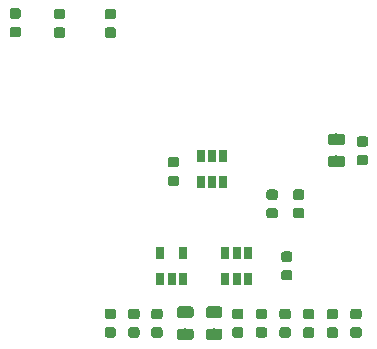
<source format=gtp>
G04 #@! TF.GenerationSoftware,KiCad,Pcbnew,(5.1.0)-1*
G04 #@! TF.CreationDate,2019-05-21T21:29:46+02:00*
G04 #@! TF.ProjectId,currentscaler,63757272-656e-4747-9363-616c65722e6b,rev?*
G04 #@! TF.SameCoordinates,Original*
G04 #@! TF.FileFunction,Paste,Top*
G04 #@! TF.FilePolarity,Positive*
%FSLAX46Y46*%
G04 Gerber Fmt 4.6, Leading zero omitted, Abs format (unit mm)*
G04 Created by KiCad (PCBNEW (5.1.0)-1) date 2019-05-21 21:29:46*
%MOMM*%
%LPD*%
G04 APERTURE LIST*
%ADD10C,0.100000*%
%ADD11C,0.975000*%
%ADD12C,0.875000*%
%ADD13R,0.650000X1.060000*%
G04 APERTURE END LIST*
D10*
G36*
X156680142Y-108663674D02*
G01*
X156703803Y-108667184D01*
X156727007Y-108672996D01*
X156749529Y-108681054D01*
X156771153Y-108691282D01*
X156791670Y-108703579D01*
X156810883Y-108717829D01*
X156828607Y-108733893D01*
X156844671Y-108751617D01*
X156858921Y-108770830D01*
X156871218Y-108791347D01*
X156881446Y-108812971D01*
X156889504Y-108835493D01*
X156895316Y-108858697D01*
X156898826Y-108882358D01*
X156900000Y-108906250D01*
X156900000Y-109393750D01*
X156898826Y-109417642D01*
X156895316Y-109441303D01*
X156889504Y-109464507D01*
X156881446Y-109487029D01*
X156871218Y-109508653D01*
X156858921Y-109529170D01*
X156844671Y-109548383D01*
X156828607Y-109566107D01*
X156810883Y-109582171D01*
X156791670Y-109596421D01*
X156771153Y-109608718D01*
X156749529Y-109618946D01*
X156727007Y-109627004D01*
X156703803Y-109632816D01*
X156680142Y-109636326D01*
X156656250Y-109637500D01*
X155743750Y-109637500D01*
X155719858Y-109636326D01*
X155696197Y-109632816D01*
X155672993Y-109627004D01*
X155650471Y-109618946D01*
X155628847Y-109608718D01*
X155608330Y-109596421D01*
X155589117Y-109582171D01*
X155571393Y-109566107D01*
X155555329Y-109548383D01*
X155541079Y-109529170D01*
X155528782Y-109508653D01*
X155518554Y-109487029D01*
X155510496Y-109464507D01*
X155504684Y-109441303D01*
X155501174Y-109417642D01*
X155500000Y-109393750D01*
X155500000Y-108906250D01*
X155501174Y-108882358D01*
X155504684Y-108858697D01*
X155510496Y-108835493D01*
X155518554Y-108812971D01*
X155528782Y-108791347D01*
X155541079Y-108770830D01*
X155555329Y-108751617D01*
X155571393Y-108733893D01*
X155589117Y-108717829D01*
X155608330Y-108703579D01*
X155628847Y-108691282D01*
X155650471Y-108681054D01*
X155672993Y-108672996D01*
X155696197Y-108667184D01*
X155719858Y-108663674D01*
X155743750Y-108662500D01*
X156656250Y-108662500D01*
X156680142Y-108663674D01*
X156680142Y-108663674D01*
G37*
D11*
X156200000Y-109150000D03*
D10*
G36*
X156680142Y-106788674D02*
G01*
X156703803Y-106792184D01*
X156727007Y-106797996D01*
X156749529Y-106806054D01*
X156771153Y-106816282D01*
X156791670Y-106828579D01*
X156810883Y-106842829D01*
X156828607Y-106858893D01*
X156844671Y-106876617D01*
X156858921Y-106895830D01*
X156871218Y-106916347D01*
X156881446Y-106937971D01*
X156889504Y-106960493D01*
X156895316Y-106983697D01*
X156898826Y-107007358D01*
X156900000Y-107031250D01*
X156900000Y-107518750D01*
X156898826Y-107542642D01*
X156895316Y-107566303D01*
X156889504Y-107589507D01*
X156881446Y-107612029D01*
X156871218Y-107633653D01*
X156858921Y-107654170D01*
X156844671Y-107673383D01*
X156828607Y-107691107D01*
X156810883Y-107707171D01*
X156791670Y-107721421D01*
X156771153Y-107733718D01*
X156749529Y-107743946D01*
X156727007Y-107752004D01*
X156703803Y-107757816D01*
X156680142Y-107761326D01*
X156656250Y-107762500D01*
X155743750Y-107762500D01*
X155719858Y-107761326D01*
X155696197Y-107757816D01*
X155672993Y-107752004D01*
X155650471Y-107743946D01*
X155628847Y-107733718D01*
X155608330Y-107721421D01*
X155589117Y-107707171D01*
X155571393Y-107691107D01*
X155555329Y-107673383D01*
X155541079Y-107654170D01*
X155528782Y-107633653D01*
X155518554Y-107612029D01*
X155510496Y-107589507D01*
X155504684Y-107566303D01*
X155501174Y-107542642D01*
X155500000Y-107518750D01*
X155500000Y-107031250D01*
X155501174Y-107007358D01*
X155504684Y-106983697D01*
X155510496Y-106960493D01*
X155518554Y-106937971D01*
X155528782Y-106916347D01*
X155541079Y-106895830D01*
X155555329Y-106876617D01*
X155571393Y-106858893D01*
X155589117Y-106842829D01*
X155608330Y-106828579D01*
X155628847Y-106816282D01*
X155650471Y-106806054D01*
X155672993Y-106797996D01*
X155696197Y-106792184D01*
X155719858Y-106788674D01*
X155743750Y-106787500D01*
X156656250Y-106787500D01*
X156680142Y-106788674D01*
X156680142Y-106788674D01*
G37*
D11*
X156200000Y-107275000D03*
D10*
G36*
X146330142Y-121426174D02*
G01*
X146353803Y-121429684D01*
X146377007Y-121435496D01*
X146399529Y-121443554D01*
X146421153Y-121453782D01*
X146441670Y-121466079D01*
X146460883Y-121480329D01*
X146478607Y-121496393D01*
X146494671Y-121514117D01*
X146508921Y-121533330D01*
X146521218Y-121553847D01*
X146531446Y-121575471D01*
X146539504Y-121597993D01*
X146545316Y-121621197D01*
X146548826Y-121644858D01*
X146550000Y-121668750D01*
X146550000Y-122156250D01*
X146548826Y-122180142D01*
X146545316Y-122203803D01*
X146539504Y-122227007D01*
X146531446Y-122249529D01*
X146521218Y-122271153D01*
X146508921Y-122291670D01*
X146494671Y-122310883D01*
X146478607Y-122328607D01*
X146460883Y-122344671D01*
X146441670Y-122358921D01*
X146421153Y-122371218D01*
X146399529Y-122381446D01*
X146377007Y-122389504D01*
X146353803Y-122395316D01*
X146330142Y-122398826D01*
X146306250Y-122400000D01*
X145393750Y-122400000D01*
X145369858Y-122398826D01*
X145346197Y-122395316D01*
X145322993Y-122389504D01*
X145300471Y-122381446D01*
X145278847Y-122371218D01*
X145258330Y-122358921D01*
X145239117Y-122344671D01*
X145221393Y-122328607D01*
X145205329Y-122310883D01*
X145191079Y-122291670D01*
X145178782Y-122271153D01*
X145168554Y-122249529D01*
X145160496Y-122227007D01*
X145154684Y-122203803D01*
X145151174Y-122180142D01*
X145150000Y-122156250D01*
X145150000Y-121668750D01*
X145151174Y-121644858D01*
X145154684Y-121621197D01*
X145160496Y-121597993D01*
X145168554Y-121575471D01*
X145178782Y-121553847D01*
X145191079Y-121533330D01*
X145205329Y-121514117D01*
X145221393Y-121496393D01*
X145239117Y-121480329D01*
X145258330Y-121466079D01*
X145278847Y-121453782D01*
X145300471Y-121443554D01*
X145322993Y-121435496D01*
X145346197Y-121429684D01*
X145369858Y-121426174D01*
X145393750Y-121425000D01*
X146306250Y-121425000D01*
X146330142Y-121426174D01*
X146330142Y-121426174D01*
G37*
D11*
X145850000Y-121912500D03*
D10*
G36*
X146330142Y-123301174D02*
G01*
X146353803Y-123304684D01*
X146377007Y-123310496D01*
X146399529Y-123318554D01*
X146421153Y-123328782D01*
X146441670Y-123341079D01*
X146460883Y-123355329D01*
X146478607Y-123371393D01*
X146494671Y-123389117D01*
X146508921Y-123408330D01*
X146521218Y-123428847D01*
X146531446Y-123450471D01*
X146539504Y-123472993D01*
X146545316Y-123496197D01*
X146548826Y-123519858D01*
X146550000Y-123543750D01*
X146550000Y-124031250D01*
X146548826Y-124055142D01*
X146545316Y-124078803D01*
X146539504Y-124102007D01*
X146531446Y-124124529D01*
X146521218Y-124146153D01*
X146508921Y-124166670D01*
X146494671Y-124185883D01*
X146478607Y-124203607D01*
X146460883Y-124219671D01*
X146441670Y-124233921D01*
X146421153Y-124246218D01*
X146399529Y-124256446D01*
X146377007Y-124264504D01*
X146353803Y-124270316D01*
X146330142Y-124273826D01*
X146306250Y-124275000D01*
X145393750Y-124275000D01*
X145369858Y-124273826D01*
X145346197Y-124270316D01*
X145322993Y-124264504D01*
X145300471Y-124256446D01*
X145278847Y-124246218D01*
X145258330Y-124233921D01*
X145239117Y-124219671D01*
X145221393Y-124203607D01*
X145205329Y-124185883D01*
X145191079Y-124166670D01*
X145178782Y-124146153D01*
X145168554Y-124124529D01*
X145160496Y-124102007D01*
X145154684Y-124078803D01*
X145151174Y-124055142D01*
X145150000Y-124031250D01*
X145150000Y-123543750D01*
X145151174Y-123519858D01*
X145154684Y-123496197D01*
X145160496Y-123472993D01*
X145168554Y-123450471D01*
X145178782Y-123428847D01*
X145191079Y-123408330D01*
X145205329Y-123389117D01*
X145221393Y-123371393D01*
X145239117Y-123355329D01*
X145258330Y-123341079D01*
X145278847Y-123328782D01*
X145300471Y-123318554D01*
X145322993Y-123310496D01*
X145346197Y-123304684D01*
X145369858Y-123301174D01*
X145393750Y-123300000D01*
X146306250Y-123300000D01*
X146330142Y-123301174D01*
X146330142Y-123301174D01*
G37*
D11*
X145850000Y-123787500D03*
D10*
G36*
X143880142Y-123301174D02*
G01*
X143903803Y-123304684D01*
X143927007Y-123310496D01*
X143949529Y-123318554D01*
X143971153Y-123328782D01*
X143991670Y-123341079D01*
X144010883Y-123355329D01*
X144028607Y-123371393D01*
X144044671Y-123389117D01*
X144058921Y-123408330D01*
X144071218Y-123428847D01*
X144081446Y-123450471D01*
X144089504Y-123472993D01*
X144095316Y-123496197D01*
X144098826Y-123519858D01*
X144100000Y-123543750D01*
X144100000Y-124031250D01*
X144098826Y-124055142D01*
X144095316Y-124078803D01*
X144089504Y-124102007D01*
X144081446Y-124124529D01*
X144071218Y-124146153D01*
X144058921Y-124166670D01*
X144044671Y-124185883D01*
X144028607Y-124203607D01*
X144010883Y-124219671D01*
X143991670Y-124233921D01*
X143971153Y-124246218D01*
X143949529Y-124256446D01*
X143927007Y-124264504D01*
X143903803Y-124270316D01*
X143880142Y-124273826D01*
X143856250Y-124275000D01*
X142943750Y-124275000D01*
X142919858Y-124273826D01*
X142896197Y-124270316D01*
X142872993Y-124264504D01*
X142850471Y-124256446D01*
X142828847Y-124246218D01*
X142808330Y-124233921D01*
X142789117Y-124219671D01*
X142771393Y-124203607D01*
X142755329Y-124185883D01*
X142741079Y-124166670D01*
X142728782Y-124146153D01*
X142718554Y-124124529D01*
X142710496Y-124102007D01*
X142704684Y-124078803D01*
X142701174Y-124055142D01*
X142700000Y-124031250D01*
X142700000Y-123543750D01*
X142701174Y-123519858D01*
X142704684Y-123496197D01*
X142710496Y-123472993D01*
X142718554Y-123450471D01*
X142728782Y-123428847D01*
X142741079Y-123408330D01*
X142755329Y-123389117D01*
X142771393Y-123371393D01*
X142789117Y-123355329D01*
X142808330Y-123341079D01*
X142828847Y-123328782D01*
X142850471Y-123318554D01*
X142872993Y-123310496D01*
X142896197Y-123304684D01*
X142919858Y-123301174D01*
X142943750Y-123300000D01*
X143856250Y-123300000D01*
X143880142Y-123301174D01*
X143880142Y-123301174D01*
G37*
D11*
X143400000Y-123787500D03*
D10*
G36*
X143880142Y-121426174D02*
G01*
X143903803Y-121429684D01*
X143927007Y-121435496D01*
X143949529Y-121443554D01*
X143971153Y-121453782D01*
X143991670Y-121466079D01*
X144010883Y-121480329D01*
X144028607Y-121496393D01*
X144044671Y-121514117D01*
X144058921Y-121533330D01*
X144071218Y-121553847D01*
X144081446Y-121575471D01*
X144089504Y-121597993D01*
X144095316Y-121621197D01*
X144098826Y-121644858D01*
X144100000Y-121668750D01*
X144100000Y-122156250D01*
X144098826Y-122180142D01*
X144095316Y-122203803D01*
X144089504Y-122227007D01*
X144081446Y-122249529D01*
X144071218Y-122271153D01*
X144058921Y-122291670D01*
X144044671Y-122310883D01*
X144028607Y-122328607D01*
X144010883Y-122344671D01*
X143991670Y-122358921D01*
X143971153Y-122371218D01*
X143949529Y-122381446D01*
X143927007Y-122389504D01*
X143903803Y-122395316D01*
X143880142Y-122398826D01*
X143856250Y-122400000D01*
X142943750Y-122400000D01*
X142919858Y-122398826D01*
X142896197Y-122395316D01*
X142872993Y-122389504D01*
X142850471Y-122381446D01*
X142828847Y-122371218D01*
X142808330Y-122358921D01*
X142789117Y-122344671D01*
X142771393Y-122328607D01*
X142755329Y-122310883D01*
X142741079Y-122291670D01*
X142728782Y-122271153D01*
X142718554Y-122249529D01*
X142710496Y-122227007D01*
X142704684Y-122203803D01*
X142701174Y-122180142D01*
X142700000Y-122156250D01*
X142700000Y-121668750D01*
X142701174Y-121644858D01*
X142704684Y-121621197D01*
X142710496Y-121597993D01*
X142718554Y-121575471D01*
X142728782Y-121553847D01*
X142741079Y-121533330D01*
X142755329Y-121514117D01*
X142771393Y-121496393D01*
X142789117Y-121480329D01*
X142808330Y-121466079D01*
X142828847Y-121453782D01*
X142850471Y-121443554D01*
X142872993Y-121435496D01*
X142896197Y-121429684D01*
X142919858Y-121426174D01*
X142943750Y-121425000D01*
X143856250Y-121425000D01*
X143880142Y-121426174D01*
X143880142Y-121426174D01*
G37*
D11*
X143400000Y-121912500D03*
D10*
G36*
X150127691Y-123188553D02*
G01*
X150148926Y-123191703D01*
X150169750Y-123196919D01*
X150189962Y-123204151D01*
X150209368Y-123213330D01*
X150227781Y-123224366D01*
X150245024Y-123237154D01*
X150260930Y-123251570D01*
X150275346Y-123267476D01*
X150288134Y-123284719D01*
X150299170Y-123303132D01*
X150308349Y-123322538D01*
X150315581Y-123342750D01*
X150320797Y-123363574D01*
X150323947Y-123384809D01*
X150325000Y-123406250D01*
X150325000Y-123843750D01*
X150323947Y-123865191D01*
X150320797Y-123886426D01*
X150315581Y-123907250D01*
X150308349Y-123927462D01*
X150299170Y-123946868D01*
X150288134Y-123965281D01*
X150275346Y-123982524D01*
X150260930Y-123998430D01*
X150245024Y-124012846D01*
X150227781Y-124025634D01*
X150209368Y-124036670D01*
X150189962Y-124045849D01*
X150169750Y-124053081D01*
X150148926Y-124058297D01*
X150127691Y-124061447D01*
X150106250Y-124062500D01*
X149593750Y-124062500D01*
X149572309Y-124061447D01*
X149551074Y-124058297D01*
X149530250Y-124053081D01*
X149510038Y-124045849D01*
X149490632Y-124036670D01*
X149472219Y-124025634D01*
X149454976Y-124012846D01*
X149439070Y-123998430D01*
X149424654Y-123982524D01*
X149411866Y-123965281D01*
X149400830Y-123946868D01*
X149391651Y-123927462D01*
X149384419Y-123907250D01*
X149379203Y-123886426D01*
X149376053Y-123865191D01*
X149375000Y-123843750D01*
X149375000Y-123406250D01*
X149376053Y-123384809D01*
X149379203Y-123363574D01*
X149384419Y-123342750D01*
X149391651Y-123322538D01*
X149400830Y-123303132D01*
X149411866Y-123284719D01*
X149424654Y-123267476D01*
X149439070Y-123251570D01*
X149454976Y-123237154D01*
X149472219Y-123224366D01*
X149490632Y-123213330D01*
X149510038Y-123204151D01*
X149530250Y-123196919D01*
X149551074Y-123191703D01*
X149572309Y-123188553D01*
X149593750Y-123187500D01*
X150106250Y-123187500D01*
X150127691Y-123188553D01*
X150127691Y-123188553D01*
G37*
D12*
X149850000Y-123625000D03*
D10*
G36*
X150127691Y-121613553D02*
G01*
X150148926Y-121616703D01*
X150169750Y-121621919D01*
X150189962Y-121629151D01*
X150209368Y-121638330D01*
X150227781Y-121649366D01*
X150245024Y-121662154D01*
X150260930Y-121676570D01*
X150275346Y-121692476D01*
X150288134Y-121709719D01*
X150299170Y-121728132D01*
X150308349Y-121747538D01*
X150315581Y-121767750D01*
X150320797Y-121788574D01*
X150323947Y-121809809D01*
X150325000Y-121831250D01*
X150325000Y-122268750D01*
X150323947Y-122290191D01*
X150320797Y-122311426D01*
X150315581Y-122332250D01*
X150308349Y-122352462D01*
X150299170Y-122371868D01*
X150288134Y-122390281D01*
X150275346Y-122407524D01*
X150260930Y-122423430D01*
X150245024Y-122437846D01*
X150227781Y-122450634D01*
X150209368Y-122461670D01*
X150189962Y-122470849D01*
X150169750Y-122478081D01*
X150148926Y-122483297D01*
X150127691Y-122486447D01*
X150106250Y-122487500D01*
X149593750Y-122487500D01*
X149572309Y-122486447D01*
X149551074Y-122483297D01*
X149530250Y-122478081D01*
X149510038Y-122470849D01*
X149490632Y-122461670D01*
X149472219Y-122450634D01*
X149454976Y-122437846D01*
X149439070Y-122423430D01*
X149424654Y-122407524D01*
X149411866Y-122390281D01*
X149400830Y-122371868D01*
X149391651Y-122352462D01*
X149384419Y-122332250D01*
X149379203Y-122311426D01*
X149376053Y-122290191D01*
X149375000Y-122268750D01*
X149375000Y-121831250D01*
X149376053Y-121809809D01*
X149379203Y-121788574D01*
X149384419Y-121767750D01*
X149391651Y-121747538D01*
X149400830Y-121728132D01*
X149411866Y-121709719D01*
X149424654Y-121692476D01*
X149439070Y-121676570D01*
X149454976Y-121662154D01*
X149472219Y-121649366D01*
X149490632Y-121638330D01*
X149510038Y-121629151D01*
X149530250Y-121621919D01*
X149551074Y-121616703D01*
X149572309Y-121613553D01*
X149593750Y-121612500D01*
X150106250Y-121612500D01*
X150127691Y-121613553D01*
X150127691Y-121613553D01*
G37*
D12*
X149850000Y-122050000D03*
D13*
X141300000Y-119100000D03*
X142250000Y-119100000D03*
X143200000Y-119100000D03*
X143200000Y-116900000D03*
X141300000Y-116900000D03*
X147750000Y-119100000D03*
X148700000Y-119100000D03*
X146800000Y-119100000D03*
X146800000Y-116900000D03*
X147750000Y-116900000D03*
X148700000Y-116900000D03*
X144700000Y-110850000D03*
X145650000Y-110850000D03*
X146600000Y-110850000D03*
X146600000Y-108650000D03*
X144700000Y-108650000D03*
X145650000Y-108650000D03*
D10*
G36*
X148127691Y-123201053D02*
G01*
X148148926Y-123204203D01*
X148169750Y-123209419D01*
X148189962Y-123216651D01*
X148209368Y-123225830D01*
X148227781Y-123236866D01*
X148245024Y-123249654D01*
X148260930Y-123264070D01*
X148275346Y-123279976D01*
X148288134Y-123297219D01*
X148299170Y-123315632D01*
X148308349Y-123335038D01*
X148315581Y-123355250D01*
X148320797Y-123376074D01*
X148323947Y-123397309D01*
X148325000Y-123418750D01*
X148325000Y-123856250D01*
X148323947Y-123877691D01*
X148320797Y-123898926D01*
X148315581Y-123919750D01*
X148308349Y-123939962D01*
X148299170Y-123959368D01*
X148288134Y-123977781D01*
X148275346Y-123995024D01*
X148260930Y-124010930D01*
X148245024Y-124025346D01*
X148227781Y-124038134D01*
X148209368Y-124049170D01*
X148189962Y-124058349D01*
X148169750Y-124065581D01*
X148148926Y-124070797D01*
X148127691Y-124073947D01*
X148106250Y-124075000D01*
X147593750Y-124075000D01*
X147572309Y-124073947D01*
X147551074Y-124070797D01*
X147530250Y-124065581D01*
X147510038Y-124058349D01*
X147490632Y-124049170D01*
X147472219Y-124038134D01*
X147454976Y-124025346D01*
X147439070Y-124010930D01*
X147424654Y-123995024D01*
X147411866Y-123977781D01*
X147400830Y-123959368D01*
X147391651Y-123939962D01*
X147384419Y-123919750D01*
X147379203Y-123898926D01*
X147376053Y-123877691D01*
X147375000Y-123856250D01*
X147375000Y-123418750D01*
X147376053Y-123397309D01*
X147379203Y-123376074D01*
X147384419Y-123355250D01*
X147391651Y-123335038D01*
X147400830Y-123315632D01*
X147411866Y-123297219D01*
X147424654Y-123279976D01*
X147439070Y-123264070D01*
X147454976Y-123249654D01*
X147472219Y-123236866D01*
X147490632Y-123225830D01*
X147510038Y-123216651D01*
X147530250Y-123209419D01*
X147551074Y-123204203D01*
X147572309Y-123201053D01*
X147593750Y-123200000D01*
X148106250Y-123200000D01*
X148127691Y-123201053D01*
X148127691Y-123201053D01*
G37*
D12*
X147850000Y-123637500D03*
D10*
G36*
X148127691Y-121626053D02*
G01*
X148148926Y-121629203D01*
X148169750Y-121634419D01*
X148189962Y-121641651D01*
X148209368Y-121650830D01*
X148227781Y-121661866D01*
X148245024Y-121674654D01*
X148260930Y-121689070D01*
X148275346Y-121704976D01*
X148288134Y-121722219D01*
X148299170Y-121740632D01*
X148308349Y-121760038D01*
X148315581Y-121780250D01*
X148320797Y-121801074D01*
X148323947Y-121822309D01*
X148325000Y-121843750D01*
X148325000Y-122281250D01*
X148323947Y-122302691D01*
X148320797Y-122323926D01*
X148315581Y-122344750D01*
X148308349Y-122364962D01*
X148299170Y-122384368D01*
X148288134Y-122402781D01*
X148275346Y-122420024D01*
X148260930Y-122435930D01*
X148245024Y-122450346D01*
X148227781Y-122463134D01*
X148209368Y-122474170D01*
X148189962Y-122483349D01*
X148169750Y-122490581D01*
X148148926Y-122495797D01*
X148127691Y-122498947D01*
X148106250Y-122500000D01*
X147593750Y-122500000D01*
X147572309Y-122498947D01*
X147551074Y-122495797D01*
X147530250Y-122490581D01*
X147510038Y-122483349D01*
X147490632Y-122474170D01*
X147472219Y-122463134D01*
X147454976Y-122450346D01*
X147439070Y-122435930D01*
X147424654Y-122420024D01*
X147411866Y-122402781D01*
X147400830Y-122384368D01*
X147391651Y-122364962D01*
X147384419Y-122344750D01*
X147379203Y-122323926D01*
X147376053Y-122302691D01*
X147375000Y-122281250D01*
X147375000Y-121843750D01*
X147376053Y-121822309D01*
X147379203Y-121801074D01*
X147384419Y-121780250D01*
X147391651Y-121760038D01*
X147400830Y-121740632D01*
X147411866Y-121722219D01*
X147424654Y-121704976D01*
X147439070Y-121689070D01*
X147454976Y-121674654D01*
X147472219Y-121661866D01*
X147490632Y-121650830D01*
X147510038Y-121641651D01*
X147530250Y-121634419D01*
X147551074Y-121629203D01*
X147572309Y-121626053D01*
X147593750Y-121625000D01*
X148106250Y-121625000D01*
X148127691Y-121626053D01*
X148127691Y-121626053D01*
G37*
D12*
X147850000Y-122062500D03*
D10*
G36*
X151027691Y-111526053D02*
G01*
X151048926Y-111529203D01*
X151069750Y-111534419D01*
X151089962Y-111541651D01*
X151109368Y-111550830D01*
X151127781Y-111561866D01*
X151145024Y-111574654D01*
X151160930Y-111589070D01*
X151175346Y-111604976D01*
X151188134Y-111622219D01*
X151199170Y-111640632D01*
X151208349Y-111660038D01*
X151215581Y-111680250D01*
X151220797Y-111701074D01*
X151223947Y-111722309D01*
X151225000Y-111743750D01*
X151225000Y-112181250D01*
X151223947Y-112202691D01*
X151220797Y-112223926D01*
X151215581Y-112244750D01*
X151208349Y-112264962D01*
X151199170Y-112284368D01*
X151188134Y-112302781D01*
X151175346Y-112320024D01*
X151160930Y-112335930D01*
X151145024Y-112350346D01*
X151127781Y-112363134D01*
X151109368Y-112374170D01*
X151089962Y-112383349D01*
X151069750Y-112390581D01*
X151048926Y-112395797D01*
X151027691Y-112398947D01*
X151006250Y-112400000D01*
X150493750Y-112400000D01*
X150472309Y-112398947D01*
X150451074Y-112395797D01*
X150430250Y-112390581D01*
X150410038Y-112383349D01*
X150390632Y-112374170D01*
X150372219Y-112363134D01*
X150354976Y-112350346D01*
X150339070Y-112335930D01*
X150324654Y-112320024D01*
X150311866Y-112302781D01*
X150300830Y-112284368D01*
X150291651Y-112264962D01*
X150284419Y-112244750D01*
X150279203Y-112223926D01*
X150276053Y-112202691D01*
X150275000Y-112181250D01*
X150275000Y-111743750D01*
X150276053Y-111722309D01*
X150279203Y-111701074D01*
X150284419Y-111680250D01*
X150291651Y-111660038D01*
X150300830Y-111640632D01*
X150311866Y-111622219D01*
X150324654Y-111604976D01*
X150339070Y-111589070D01*
X150354976Y-111574654D01*
X150372219Y-111561866D01*
X150390632Y-111550830D01*
X150410038Y-111541651D01*
X150430250Y-111534419D01*
X150451074Y-111529203D01*
X150472309Y-111526053D01*
X150493750Y-111525000D01*
X151006250Y-111525000D01*
X151027691Y-111526053D01*
X151027691Y-111526053D01*
G37*
D12*
X150750000Y-111962500D03*
D10*
G36*
X151027691Y-113101053D02*
G01*
X151048926Y-113104203D01*
X151069750Y-113109419D01*
X151089962Y-113116651D01*
X151109368Y-113125830D01*
X151127781Y-113136866D01*
X151145024Y-113149654D01*
X151160930Y-113164070D01*
X151175346Y-113179976D01*
X151188134Y-113197219D01*
X151199170Y-113215632D01*
X151208349Y-113235038D01*
X151215581Y-113255250D01*
X151220797Y-113276074D01*
X151223947Y-113297309D01*
X151225000Y-113318750D01*
X151225000Y-113756250D01*
X151223947Y-113777691D01*
X151220797Y-113798926D01*
X151215581Y-113819750D01*
X151208349Y-113839962D01*
X151199170Y-113859368D01*
X151188134Y-113877781D01*
X151175346Y-113895024D01*
X151160930Y-113910930D01*
X151145024Y-113925346D01*
X151127781Y-113938134D01*
X151109368Y-113949170D01*
X151089962Y-113958349D01*
X151069750Y-113965581D01*
X151048926Y-113970797D01*
X151027691Y-113973947D01*
X151006250Y-113975000D01*
X150493750Y-113975000D01*
X150472309Y-113973947D01*
X150451074Y-113970797D01*
X150430250Y-113965581D01*
X150410038Y-113958349D01*
X150390632Y-113949170D01*
X150372219Y-113938134D01*
X150354976Y-113925346D01*
X150339070Y-113910930D01*
X150324654Y-113895024D01*
X150311866Y-113877781D01*
X150300830Y-113859368D01*
X150291651Y-113839962D01*
X150284419Y-113819750D01*
X150279203Y-113798926D01*
X150276053Y-113777691D01*
X150275000Y-113756250D01*
X150275000Y-113318750D01*
X150276053Y-113297309D01*
X150279203Y-113276074D01*
X150284419Y-113255250D01*
X150291651Y-113235038D01*
X150300830Y-113215632D01*
X150311866Y-113197219D01*
X150324654Y-113179976D01*
X150339070Y-113164070D01*
X150354976Y-113149654D01*
X150372219Y-113136866D01*
X150390632Y-113125830D01*
X150410038Y-113116651D01*
X150430250Y-113109419D01*
X150451074Y-113104203D01*
X150472309Y-113101053D01*
X150493750Y-113100000D01*
X151006250Y-113100000D01*
X151027691Y-113101053D01*
X151027691Y-113101053D01*
G37*
D12*
X150750000Y-113537500D03*
D10*
G36*
X133027691Y-97801053D02*
G01*
X133048926Y-97804203D01*
X133069750Y-97809419D01*
X133089962Y-97816651D01*
X133109368Y-97825830D01*
X133127781Y-97836866D01*
X133145024Y-97849654D01*
X133160930Y-97864070D01*
X133175346Y-97879976D01*
X133188134Y-97897219D01*
X133199170Y-97915632D01*
X133208349Y-97935038D01*
X133215581Y-97955250D01*
X133220797Y-97976074D01*
X133223947Y-97997309D01*
X133225000Y-98018750D01*
X133225000Y-98456250D01*
X133223947Y-98477691D01*
X133220797Y-98498926D01*
X133215581Y-98519750D01*
X133208349Y-98539962D01*
X133199170Y-98559368D01*
X133188134Y-98577781D01*
X133175346Y-98595024D01*
X133160930Y-98610930D01*
X133145024Y-98625346D01*
X133127781Y-98638134D01*
X133109368Y-98649170D01*
X133089962Y-98658349D01*
X133069750Y-98665581D01*
X133048926Y-98670797D01*
X133027691Y-98673947D01*
X133006250Y-98675000D01*
X132493750Y-98675000D01*
X132472309Y-98673947D01*
X132451074Y-98670797D01*
X132430250Y-98665581D01*
X132410038Y-98658349D01*
X132390632Y-98649170D01*
X132372219Y-98638134D01*
X132354976Y-98625346D01*
X132339070Y-98610930D01*
X132324654Y-98595024D01*
X132311866Y-98577781D01*
X132300830Y-98559368D01*
X132291651Y-98539962D01*
X132284419Y-98519750D01*
X132279203Y-98498926D01*
X132276053Y-98477691D01*
X132275000Y-98456250D01*
X132275000Y-98018750D01*
X132276053Y-97997309D01*
X132279203Y-97976074D01*
X132284419Y-97955250D01*
X132291651Y-97935038D01*
X132300830Y-97915632D01*
X132311866Y-97897219D01*
X132324654Y-97879976D01*
X132339070Y-97864070D01*
X132354976Y-97849654D01*
X132372219Y-97836866D01*
X132390632Y-97825830D01*
X132410038Y-97816651D01*
X132430250Y-97809419D01*
X132451074Y-97804203D01*
X132472309Y-97801053D01*
X132493750Y-97800000D01*
X133006250Y-97800000D01*
X133027691Y-97801053D01*
X133027691Y-97801053D01*
G37*
D12*
X132750000Y-98237500D03*
D10*
G36*
X133027691Y-96226053D02*
G01*
X133048926Y-96229203D01*
X133069750Y-96234419D01*
X133089962Y-96241651D01*
X133109368Y-96250830D01*
X133127781Y-96261866D01*
X133145024Y-96274654D01*
X133160930Y-96289070D01*
X133175346Y-96304976D01*
X133188134Y-96322219D01*
X133199170Y-96340632D01*
X133208349Y-96360038D01*
X133215581Y-96380250D01*
X133220797Y-96401074D01*
X133223947Y-96422309D01*
X133225000Y-96443750D01*
X133225000Y-96881250D01*
X133223947Y-96902691D01*
X133220797Y-96923926D01*
X133215581Y-96944750D01*
X133208349Y-96964962D01*
X133199170Y-96984368D01*
X133188134Y-97002781D01*
X133175346Y-97020024D01*
X133160930Y-97035930D01*
X133145024Y-97050346D01*
X133127781Y-97063134D01*
X133109368Y-97074170D01*
X133089962Y-97083349D01*
X133069750Y-97090581D01*
X133048926Y-97095797D01*
X133027691Y-97098947D01*
X133006250Y-97100000D01*
X132493750Y-97100000D01*
X132472309Y-97098947D01*
X132451074Y-97095797D01*
X132430250Y-97090581D01*
X132410038Y-97083349D01*
X132390632Y-97074170D01*
X132372219Y-97063134D01*
X132354976Y-97050346D01*
X132339070Y-97035930D01*
X132324654Y-97020024D01*
X132311866Y-97002781D01*
X132300830Y-96984368D01*
X132291651Y-96964962D01*
X132284419Y-96944750D01*
X132279203Y-96923926D01*
X132276053Y-96902691D01*
X132275000Y-96881250D01*
X132275000Y-96443750D01*
X132276053Y-96422309D01*
X132279203Y-96401074D01*
X132284419Y-96380250D01*
X132291651Y-96360038D01*
X132300830Y-96340632D01*
X132311866Y-96322219D01*
X132324654Y-96304976D01*
X132339070Y-96289070D01*
X132354976Y-96274654D01*
X132372219Y-96261866D01*
X132390632Y-96250830D01*
X132410038Y-96241651D01*
X132430250Y-96234419D01*
X132451074Y-96229203D01*
X132472309Y-96226053D01*
X132493750Y-96225000D01*
X133006250Y-96225000D01*
X133027691Y-96226053D01*
X133027691Y-96226053D01*
G37*
D12*
X132750000Y-96662500D03*
D10*
G36*
X152127691Y-123201053D02*
G01*
X152148926Y-123204203D01*
X152169750Y-123209419D01*
X152189962Y-123216651D01*
X152209368Y-123225830D01*
X152227781Y-123236866D01*
X152245024Y-123249654D01*
X152260930Y-123264070D01*
X152275346Y-123279976D01*
X152288134Y-123297219D01*
X152299170Y-123315632D01*
X152308349Y-123335038D01*
X152315581Y-123355250D01*
X152320797Y-123376074D01*
X152323947Y-123397309D01*
X152325000Y-123418750D01*
X152325000Y-123856250D01*
X152323947Y-123877691D01*
X152320797Y-123898926D01*
X152315581Y-123919750D01*
X152308349Y-123939962D01*
X152299170Y-123959368D01*
X152288134Y-123977781D01*
X152275346Y-123995024D01*
X152260930Y-124010930D01*
X152245024Y-124025346D01*
X152227781Y-124038134D01*
X152209368Y-124049170D01*
X152189962Y-124058349D01*
X152169750Y-124065581D01*
X152148926Y-124070797D01*
X152127691Y-124073947D01*
X152106250Y-124075000D01*
X151593750Y-124075000D01*
X151572309Y-124073947D01*
X151551074Y-124070797D01*
X151530250Y-124065581D01*
X151510038Y-124058349D01*
X151490632Y-124049170D01*
X151472219Y-124038134D01*
X151454976Y-124025346D01*
X151439070Y-124010930D01*
X151424654Y-123995024D01*
X151411866Y-123977781D01*
X151400830Y-123959368D01*
X151391651Y-123939962D01*
X151384419Y-123919750D01*
X151379203Y-123898926D01*
X151376053Y-123877691D01*
X151375000Y-123856250D01*
X151375000Y-123418750D01*
X151376053Y-123397309D01*
X151379203Y-123376074D01*
X151384419Y-123355250D01*
X151391651Y-123335038D01*
X151400830Y-123315632D01*
X151411866Y-123297219D01*
X151424654Y-123279976D01*
X151439070Y-123264070D01*
X151454976Y-123249654D01*
X151472219Y-123236866D01*
X151490632Y-123225830D01*
X151510038Y-123216651D01*
X151530250Y-123209419D01*
X151551074Y-123204203D01*
X151572309Y-123201053D01*
X151593750Y-123200000D01*
X152106250Y-123200000D01*
X152127691Y-123201053D01*
X152127691Y-123201053D01*
G37*
D12*
X151850000Y-123637500D03*
D10*
G36*
X152127691Y-121626053D02*
G01*
X152148926Y-121629203D01*
X152169750Y-121634419D01*
X152189962Y-121641651D01*
X152209368Y-121650830D01*
X152227781Y-121661866D01*
X152245024Y-121674654D01*
X152260930Y-121689070D01*
X152275346Y-121704976D01*
X152288134Y-121722219D01*
X152299170Y-121740632D01*
X152308349Y-121760038D01*
X152315581Y-121780250D01*
X152320797Y-121801074D01*
X152323947Y-121822309D01*
X152325000Y-121843750D01*
X152325000Y-122281250D01*
X152323947Y-122302691D01*
X152320797Y-122323926D01*
X152315581Y-122344750D01*
X152308349Y-122364962D01*
X152299170Y-122384368D01*
X152288134Y-122402781D01*
X152275346Y-122420024D01*
X152260930Y-122435930D01*
X152245024Y-122450346D01*
X152227781Y-122463134D01*
X152209368Y-122474170D01*
X152189962Y-122483349D01*
X152169750Y-122490581D01*
X152148926Y-122495797D01*
X152127691Y-122498947D01*
X152106250Y-122500000D01*
X151593750Y-122500000D01*
X151572309Y-122498947D01*
X151551074Y-122495797D01*
X151530250Y-122490581D01*
X151510038Y-122483349D01*
X151490632Y-122474170D01*
X151472219Y-122463134D01*
X151454976Y-122450346D01*
X151439070Y-122435930D01*
X151424654Y-122420024D01*
X151411866Y-122402781D01*
X151400830Y-122384368D01*
X151391651Y-122364962D01*
X151384419Y-122344750D01*
X151379203Y-122323926D01*
X151376053Y-122302691D01*
X151375000Y-122281250D01*
X151375000Y-121843750D01*
X151376053Y-121822309D01*
X151379203Y-121801074D01*
X151384419Y-121780250D01*
X151391651Y-121760038D01*
X151400830Y-121740632D01*
X151411866Y-121722219D01*
X151424654Y-121704976D01*
X151439070Y-121689070D01*
X151454976Y-121674654D01*
X151472219Y-121661866D01*
X151490632Y-121650830D01*
X151510038Y-121641651D01*
X151530250Y-121634419D01*
X151551074Y-121629203D01*
X151572309Y-121626053D01*
X151593750Y-121625000D01*
X152106250Y-121625000D01*
X152127691Y-121626053D01*
X152127691Y-121626053D01*
G37*
D12*
X151850000Y-122062500D03*
D10*
G36*
X137327691Y-96226053D02*
G01*
X137348926Y-96229203D01*
X137369750Y-96234419D01*
X137389962Y-96241651D01*
X137409368Y-96250830D01*
X137427781Y-96261866D01*
X137445024Y-96274654D01*
X137460930Y-96289070D01*
X137475346Y-96304976D01*
X137488134Y-96322219D01*
X137499170Y-96340632D01*
X137508349Y-96360038D01*
X137515581Y-96380250D01*
X137520797Y-96401074D01*
X137523947Y-96422309D01*
X137525000Y-96443750D01*
X137525000Y-96881250D01*
X137523947Y-96902691D01*
X137520797Y-96923926D01*
X137515581Y-96944750D01*
X137508349Y-96964962D01*
X137499170Y-96984368D01*
X137488134Y-97002781D01*
X137475346Y-97020024D01*
X137460930Y-97035930D01*
X137445024Y-97050346D01*
X137427781Y-97063134D01*
X137409368Y-97074170D01*
X137389962Y-97083349D01*
X137369750Y-97090581D01*
X137348926Y-97095797D01*
X137327691Y-97098947D01*
X137306250Y-97100000D01*
X136793750Y-97100000D01*
X136772309Y-97098947D01*
X136751074Y-97095797D01*
X136730250Y-97090581D01*
X136710038Y-97083349D01*
X136690632Y-97074170D01*
X136672219Y-97063134D01*
X136654976Y-97050346D01*
X136639070Y-97035930D01*
X136624654Y-97020024D01*
X136611866Y-97002781D01*
X136600830Y-96984368D01*
X136591651Y-96964962D01*
X136584419Y-96944750D01*
X136579203Y-96923926D01*
X136576053Y-96902691D01*
X136575000Y-96881250D01*
X136575000Y-96443750D01*
X136576053Y-96422309D01*
X136579203Y-96401074D01*
X136584419Y-96380250D01*
X136591651Y-96360038D01*
X136600830Y-96340632D01*
X136611866Y-96322219D01*
X136624654Y-96304976D01*
X136639070Y-96289070D01*
X136654976Y-96274654D01*
X136672219Y-96261866D01*
X136690632Y-96250830D01*
X136710038Y-96241651D01*
X136730250Y-96234419D01*
X136751074Y-96229203D01*
X136772309Y-96226053D01*
X136793750Y-96225000D01*
X137306250Y-96225000D01*
X137327691Y-96226053D01*
X137327691Y-96226053D01*
G37*
D12*
X137050000Y-96662500D03*
D10*
G36*
X137327691Y-97801053D02*
G01*
X137348926Y-97804203D01*
X137369750Y-97809419D01*
X137389962Y-97816651D01*
X137409368Y-97825830D01*
X137427781Y-97836866D01*
X137445024Y-97849654D01*
X137460930Y-97864070D01*
X137475346Y-97879976D01*
X137488134Y-97897219D01*
X137499170Y-97915632D01*
X137508349Y-97935038D01*
X137515581Y-97955250D01*
X137520797Y-97976074D01*
X137523947Y-97997309D01*
X137525000Y-98018750D01*
X137525000Y-98456250D01*
X137523947Y-98477691D01*
X137520797Y-98498926D01*
X137515581Y-98519750D01*
X137508349Y-98539962D01*
X137499170Y-98559368D01*
X137488134Y-98577781D01*
X137475346Y-98595024D01*
X137460930Y-98610930D01*
X137445024Y-98625346D01*
X137427781Y-98638134D01*
X137409368Y-98649170D01*
X137389962Y-98658349D01*
X137369750Y-98665581D01*
X137348926Y-98670797D01*
X137327691Y-98673947D01*
X137306250Y-98675000D01*
X136793750Y-98675000D01*
X136772309Y-98673947D01*
X136751074Y-98670797D01*
X136730250Y-98665581D01*
X136710038Y-98658349D01*
X136690632Y-98649170D01*
X136672219Y-98638134D01*
X136654976Y-98625346D01*
X136639070Y-98610930D01*
X136624654Y-98595024D01*
X136611866Y-98577781D01*
X136600830Y-98559368D01*
X136591651Y-98539962D01*
X136584419Y-98519750D01*
X136579203Y-98498926D01*
X136576053Y-98477691D01*
X136575000Y-98456250D01*
X136575000Y-98018750D01*
X136576053Y-97997309D01*
X136579203Y-97976074D01*
X136584419Y-97955250D01*
X136591651Y-97935038D01*
X136600830Y-97915632D01*
X136611866Y-97897219D01*
X136624654Y-97879976D01*
X136639070Y-97864070D01*
X136654976Y-97849654D01*
X136672219Y-97836866D01*
X136690632Y-97825830D01*
X136710038Y-97816651D01*
X136730250Y-97809419D01*
X136751074Y-97804203D01*
X136772309Y-97801053D01*
X136793750Y-97800000D01*
X137306250Y-97800000D01*
X137327691Y-97801053D01*
X137327691Y-97801053D01*
G37*
D12*
X137050000Y-98237500D03*
D10*
G36*
X154127691Y-123201053D02*
G01*
X154148926Y-123204203D01*
X154169750Y-123209419D01*
X154189962Y-123216651D01*
X154209368Y-123225830D01*
X154227781Y-123236866D01*
X154245024Y-123249654D01*
X154260930Y-123264070D01*
X154275346Y-123279976D01*
X154288134Y-123297219D01*
X154299170Y-123315632D01*
X154308349Y-123335038D01*
X154315581Y-123355250D01*
X154320797Y-123376074D01*
X154323947Y-123397309D01*
X154325000Y-123418750D01*
X154325000Y-123856250D01*
X154323947Y-123877691D01*
X154320797Y-123898926D01*
X154315581Y-123919750D01*
X154308349Y-123939962D01*
X154299170Y-123959368D01*
X154288134Y-123977781D01*
X154275346Y-123995024D01*
X154260930Y-124010930D01*
X154245024Y-124025346D01*
X154227781Y-124038134D01*
X154209368Y-124049170D01*
X154189962Y-124058349D01*
X154169750Y-124065581D01*
X154148926Y-124070797D01*
X154127691Y-124073947D01*
X154106250Y-124075000D01*
X153593750Y-124075000D01*
X153572309Y-124073947D01*
X153551074Y-124070797D01*
X153530250Y-124065581D01*
X153510038Y-124058349D01*
X153490632Y-124049170D01*
X153472219Y-124038134D01*
X153454976Y-124025346D01*
X153439070Y-124010930D01*
X153424654Y-123995024D01*
X153411866Y-123977781D01*
X153400830Y-123959368D01*
X153391651Y-123939962D01*
X153384419Y-123919750D01*
X153379203Y-123898926D01*
X153376053Y-123877691D01*
X153375000Y-123856250D01*
X153375000Y-123418750D01*
X153376053Y-123397309D01*
X153379203Y-123376074D01*
X153384419Y-123355250D01*
X153391651Y-123335038D01*
X153400830Y-123315632D01*
X153411866Y-123297219D01*
X153424654Y-123279976D01*
X153439070Y-123264070D01*
X153454976Y-123249654D01*
X153472219Y-123236866D01*
X153490632Y-123225830D01*
X153510038Y-123216651D01*
X153530250Y-123209419D01*
X153551074Y-123204203D01*
X153572309Y-123201053D01*
X153593750Y-123200000D01*
X154106250Y-123200000D01*
X154127691Y-123201053D01*
X154127691Y-123201053D01*
G37*
D12*
X153850000Y-123637500D03*
D10*
G36*
X154127691Y-121626053D02*
G01*
X154148926Y-121629203D01*
X154169750Y-121634419D01*
X154189962Y-121641651D01*
X154209368Y-121650830D01*
X154227781Y-121661866D01*
X154245024Y-121674654D01*
X154260930Y-121689070D01*
X154275346Y-121704976D01*
X154288134Y-121722219D01*
X154299170Y-121740632D01*
X154308349Y-121760038D01*
X154315581Y-121780250D01*
X154320797Y-121801074D01*
X154323947Y-121822309D01*
X154325000Y-121843750D01*
X154325000Y-122281250D01*
X154323947Y-122302691D01*
X154320797Y-122323926D01*
X154315581Y-122344750D01*
X154308349Y-122364962D01*
X154299170Y-122384368D01*
X154288134Y-122402781D01*
X154275346Y-122420024D01*
X154260930Y-122435930D01*
X154245024Y-122450346D01*
X154227781Y-122463134D01*
X154209368Y-122474170D01*
X154189962Y-122483349D01*
X154169750Y-122490581D01*
X154148926Y-122495797D01*
X154127691Y-122498947D01*
X154106250Y-122500000D01*
X153593750Y-122500000D01*
X153572309Y-122498947D01*
X153551074Y-122495797D01*
X153530250Y-122490581D01*
X153510038Y-122483349D01*
X153490632Y-122474170D01*
X153472219Y-122463134D01*
X153454976Y-122450346D01*
X153439070Y-122435930D01*
X153424654Y-122420024D01*
X153411866Y-122402781D01*
X153400830Y-122384368D01*
X153391651Y-122364962D01*
X153384419Y-122344750D01*
X153379203Y-122323926D01*
X153376053Y-122302691D01*
X153375000Y-122281250D01*
X153375000Y-121843750D01*
X153376053Y-121822309D01*
X153379203Y-121801074D01*
X153384419Y-121780250D01*
X153391651Y-121760038D01*
X153400830Y-121740632D01*
X153411866Y-121722219D01*
X153424654Y-121704976D01*
X153439070Y-121689070D01*
X153454976Y-121674654D01*
X153472219Y-121661866D01*
X153490632Y-121650830D01*
X153510038Y-121641651D01*
X153530250Y-121634419D01*
X153551074Y-121629203D01*
X153572309Y-121626053D01*
X153593750Y-121625000D01*
X154106250Y-121625000D01*
X154127691Y-121626053D01*
X154127691Y-121626053D01*
G37*
D12*
X153850000Y-122062500D03*
D10*
G36*
X141277691Y-123201053D02*
G01*
X141298926Y-123204203D01*
X141319750Y-123209419D01*
X141339962Y-123216651D01*
X141359368Y-123225830D01*
X141377781Y-123236866D01*
X141395024Y-123249654D01*
X141410930Y-123264070D01*
X141425346Y-123279976D01*
X141438134Y-123297219D01*
X141449170Y-123315632D01*
X141458349Y-123335038D01*
X141465581Y-123355250D01*
X141470797Y-123376074D01*
X141473947Y-123397309D01*
X141475000Y-123418750D01*
X141475000Y-123856250D01*
X141473947Y-123877691D01*
X141470797Y-123898926D01*
X141465581Y-123919750D01*
X141458349Y-123939962D01*
X141449170Y-123959368D01*
X141438134Y-123977781D01*
X141425346Y-123995024D01*
X141410930Y-124010930D01*
X141395024Y-124025346D01*
X141377781Y-124038134D01*
X141359368Y-124049170D01*
X141339962Y-124058349D01*
X141319750Y-124065581D01*
X141298926Y-124070797D01*
X141277691Y-124073947D01*
X141256250Y-124075000D01*
X140743750Y-124075000D01*
X140722309Y-124073947D01*
X140701074Y-124070797D01*
X140680250Y-124065581D01*
X140660038Y-124058349D01*
X140640632Y-124049170D01*
X140622219Y-124038134D01*
X140604976Y-124025346D01*
X140589070Y-124010930D01*
X140574654Y-123995024D01*
X140561866Y-123977781D01*
X140550830Y-123959368D01*
X140541651Y-123939962D01*
X140534419Y-123919750D01*
X140529203Y-123898926D01*
X140526053Y-123877691D01*
X140525000Y-123856250D01*
X140525000Y-123418750D01*
X140526053Y-123397309D01*
X140529203Y-123376074D01*
X140534419Y-123355250D01*
X140541651Y-123335038D01*
X140550830Y-123315632D01*
X140561866Y-123297219D01*
X140574654Y-123279976D01*
X140589070Y-123264070D01*
X140604976Y-123249654D01*
X140622219Y-123236866D01*
X140640632Y-123225830D01*
X140660038Y-123216651D01*
X140680250Y-123209419D01*
X140701074Y-123204203D01*
X140722309Y-123201053D01*
X140743750Y-123200000D01*
X141256250Y-123200000D01*
X141277691Y-123201053D01*
X141277691Y-123201053D01*
G37*
D12*
X141000000Y-123637500D03*
D10*
G36*
X141277691Y-121626053D02*
G01*
X141298926Y-121629203D01*
X141319750Y-121634419D01*
X141339962Y-121641651D01*
X141359368Y-121650830D01*
X141377781Y-121661866D01*
X141395024Y-121674654D01*
X141410930Y-121689070D01*
X141425346Y-121704976D01*
X141438134Y-121722219D01*
X141449170Y-121740632D01*
X141458349Y-121760038D01*
X141465581Y-121780250D01*
X141470797Y-121801074D01*
X141473947Y-121822309D01*
X141475000Y-121843750D01*
X141475000Y-122281250D01*
X141473947Y-122302691D01*
X141470797Y-122323926D01*
X141465581Y-122344750D01*
X141458349Y-122364962D01*
X141449170Y-122384368D01*
X141438134Y-122402781D01*
X141425346Y-122420024D01*
X141410930Y-122435930D01*
X141395024Y-122450346D01*
X141377781Y-122463134D01*
X141359368Y-122474170D01*
X141339962Y-122483349D01*
X141319750Y-122490581D01*
X141298926Y-122495797D01*
X141277691Y-122498947D01*
X141256250Y-122500000D01*
X140743750Y-122500000D01*
X140722309Y-122498947D01*
X140701074Y-122495797D01*
X140680250Y-122490581D01*
X140660038Y-122483349D01*
X140640632Y-122474170D01*
X140622219Y-122463134D01*
X140604976Y-122450346D01*
X140589070Y-122435930D01*
X140574654Y-122420024D01*
X140561866Y-122402781D01*
X140550830Y-122384368D01*
X140541651Y-122364962D01*
X140534419Y-122344750D01*
X140529203Y-122323926D01*
X140526053Y-122302691D01*
X140525000Y-122281250D01*
X140525000Y-121843750D01*
X140526053Y-121822309D01*
X140529203Y-121801074D01*
X140534419Y-121780250D01*
X140541651Y-121760038D01*
X140550830Y-121740632D01*
X140561866Y-121722219D01*
X140574654Y-121704976D01*
X140589070Y-121689070D01*
X140604976Y-121674654D01*
X140622219Y-121661866D01*
X140640632Y-121650830D01*
X140660038Y-121641651D01*
X140680250Y-121634419D01*
X140701074Y-121629203D01*
X140722309Y-121626053D01*
X140743750Y-121625000D01*
X141256250Y-121625000D01*
X141277691Y-121626053D01*
X141277691Y-121626053D01*
G37*
D12*
X141000000Y-122062500D03*
D10*
G36*
X139327691Y-123201053D02*
G01*
X139348926Y-123204203D01*
X139369750Y-123209419D01*
X139389962Y-123216651D01*
X139409368Y-123225830D01*
X139427781Y-123236866D01*
X139445024Y-123249654D01*
X139460930Y-123264070D01*
X139475346Y-123279976D01*
X139488134Y-123297219D01*
X139499170Y-123315632D01*
X139508349Y-123335038D01*
X139515581Y-123355250D01*
X139520797Y-123376074D01*
X139523947Y-123397309D01*
X139525000Y-123418750D01*
X139525000Y-123856250D01*
X139523947Y-123877691D01*
X139520797Y-123898926D01*
X139515581Y-123919750D01*
X139508349Y-123939962D01*
X139499170Y-123959368D01*
X139488134Y-123977781D01*
X139475346Y-123995024D01*
X139460930Y-124010930D01*
X139445024Y-124025346D01*
X139427781Y-124038134D01*
X139409368Y-124049170D01*
X139389962Y-124058349D01*
X139369750Y-124065581D01*
X139348926Y-124070797D01*
X139327691Y-124073947D01*
X139306250Y-124075000D01*
X138793750Y-124075000D01*
X138772309Y-124073947D01*
X138751074Y-124070797D01*
X138730250Y-124065581D01*
X138710038Y-124058349D01*
X138690632Y-124049170D01*
X138672219Y-124038134D01*
X138654976Y-124025346D01*
X138639070Y-124010930D01*
X138624654Y-123995024D01*
X138611866Y-123977781D01*
X138600830Y-123959368D01*
X138591651Y-123939962D01*
X138584419Y-123919750D01*
X138579203Y-123898926D01*
X138576053Y-123877691D01*
X138575000Y-123856250D01*
X138575000Y-123418750D01*
X138576053Y-123397309D01*
X138579203Y-123376074D01*
X138584419Y-123355250D01*
X138591651Y-123335038D01*
X138600830Y-123315632D01*
X138611866Y-123297219D01*
X138624654Y-123279976D01*
X138639070Y-123264070D01*
X138654976Y-123249654D01*
X138672219Y-123236866D01*
X138690632Y-123225830D01*
X138710038Y-123216651D01*
X138730250Y-123209419D01*
X138751074Y-123204203D01*
X138772309Y-123201053D01*
X138793750Y-123200000D01*
X139306250Y-123200000D01*
X139327691Y-123201053D01*
X139327691Y-123201053D01*
G37*
D12*
X139050000Y-123637500D03*
D10*
G36*
X139327691Y-121626053D02*
G01*
X139348926Y-121629203D01*
X139369750Y-121634419D01*
X139389962Y-121641651D01*
X139409368Y-121650830D01*
X139427781Y-121661866D01*
X139445024Y-121674654D01*
X139460930Y-121689070D01*
X139475346Y-121704976D01*
X139488134Y-121722219D01*
X139499170Y-121740632D01*
X139508349Y-121760038D01*
X139515581Y-121780250D01*
X139520797Y-121801074D01*
X139523947Y-121822309D01*
X139525000Y-121843750D01*
X139525000Y-122281250D01*
X139523947Y-122302691D01*
X139520797Y-122323926D01*
X139515581Y-122344750D01*
X139508349Y-122364962D01*
X139499170Y-122384368D01*
X139488134Y-122402781D01*
X139475346Y-122420024D01*
X139460930Y-122435930D01*
X139445024Y-122450346D01*
X139427781Y-122463134D01*
X139409368Y-122474170D01*
X139389962Y-122483349D01*
X139369750Y-122490581D01*
X139348926Y-122495797D01*
X139327691Y-122498947D01*
X139306250Y-122500000D01*
X138793750Y-122500000D01*
X138772309Y-122498947D01*
X138751074Y-122495797D01*
X138730250Y-122490581D01*
X138710038Y-122483349D01*
X138690632Y-122474170D01*
X138672219Y-122463134D01*
X138654976Y-122450346D01*
X138639070Y-122435930D01*
X138624654Y-122420024D01*
X138611866Y-122402781D01*
X138600830Y-122384368D01*
X138591651Y-122364962D01*
X138584419Y-122344750D01*
X138579203Y-122323926D01*
X138576053Y-122302691D01*
X138575000Y-122281250D01*
X138575000Y-121843750D01*
X138576053Y-121822309D01*
X138579203Y-121801074D01*
X138584419Y-121780250D01*
X138591651Y-121760038D01*
X138600830Y-121740632D01*
X138611866Y-121722219D01*
X138624654Y-121704976D01*
X138639070Y-121689070D01*
X138654976Y-121674654D01*
X138672219Y-121661866D01*
X138690632Y-121650830D01*
X138710038Y-121641651D01*
X138730250Y-121634419D01*
X138751074Y-121629203D01*
X138772309Y-121626053D01*
X138793750Y-121625000D01*
X139306250Y-121625000D01*
X139327691Y-121626053D01*
X139327691Y-121626053D01*
G37*
D12*
X139050000Y-122062500D03*
D10*
G36*
X129277691Y-96186053D02*
G01*
X129298926Y-96189203D01*
X129319750Y-96194419D01*
X129339962Y-96201651D01*
X129359368Y-96210830D01*
X129377781Y-96221866D01*
X129395024Y-96234654D01*
X129410930Y-96249070D01*
X129425346Y-96264976D01*
X129438134Y-96282219D01*
X129449170Y-96300632D01*
X129458349Y-96320038D01*
X129465581Y-96340250D01*
X129470797Y-96361074D01*
X129473947Y-96382309D01*
X129475000Y-96403750D01*
X129475000Y-96841250D01*
X129473947Y-96862691D01*
X129470797Y-96883926D01*
X129465581Y-96904750D01*
X129458349Y-96924962D01*
X129449170Y-96944368D01*
X129438134Y-96962781D01*
X129425346Y-96980024D01*
X129410930Y-96995930D01*
X129395024Y-97010346D01*
X129377781Y-97023134D01*
X129359368Y-97034170D01*
X129339962Y-97043349D01*
X129319750Y-97050581D01*
X129298926Y-97055797D01*
X129277691Y-97058947D01*
X129256250Y-97060000D01*
X128743750Y-97060000D01*
X128722309Y-97058947D01*
X128701074Y-97055797D01*
X128680250Y-97050581D01*
X128660038Y-97043349D01*
X128640632Y-97034170D01*
X128622219Y-97023134D01*
X128604976Y-97010346D01*
X128589070Y-96995930D01*
X128574654Y-96980024D01*
X128561866Y-96962781D01*
X128550830Y-96944368D01*
X128541651Y-96924962D01*
X128534419Y-96904750D01*
X128529203Y-96883926D01*
X128526053Y-96862691D01*
X128525000Y-96841250D01*
X128525000Y-96403750D01*
X128526053Y-96382309D01*
X128529203Y-96361074D01*
X128534419Y-96340250D01*
X128541651Y-96320038D01*
X128550830Y-96300632D01*
X128561866Y-96282219D01*
X128574654Y-96264976D01*
X128589070Y-96249070D01*
X128604976Y-96234654D01*
X128622219Y-96221866D01*
X128640632Y-96210830D01*
X128660038Y-96201651D01*
X128680250Y-96194419D01*
X128701074Y-96189203D01*
X128722309Y-96186053D01*
X128743750Y-96185000D01*
X129256250Y-96185000D01*
X129277691Y-96186053D01*
X129277691Y-96186053D01*
G37*
D12*
X129000000Y-96622500D03*
D10*
G36*
X129277691Y-97761053D02*
G01*
X129298926Y-97764203D01*
X129319750Y-97769419D01*
X129339962Y-97776651D01*
X129359368Y-97785830D01*
X129377781Y-97796866D01*
X129395024Y-97809654D01*
X129410930Y-97824070D01*
X129425346Y-97839976D01*
X129438134Y-97857219D01*
X129449170Y-97875632D01*
X129458349Y-97895038D01*
X129465581Y-97915250D01*
X129470797Y-97936074D01*
X129473947Y-97957309D01*
X129475000Y-97978750D01*
X129475000Y-98416250D01*
X129473947Y-98437691D01*
X129470797Y-98458926D01*
X129465581Y-98479750D01*
X129458349Y-98499962D01*
X129449170Y-98519368D01*
X129438134Y-98537781D01*
X129425346Y-98555024D01*
X129410930Y-98570930D01*
X129395024Y-98585346D01*
X129377781Y-98598134D01*
X129359368Y-98609170D01*
X129339962Y-98618349D01*
X129319750Y-98625581D01*
X129298926Y-98630797D01*
X129277691Y-98633947D01*
X129256250Y-98635000D01*
X128743750Y-98635000D01*
X128722309Y-98633947D01*
X128701074Y-98630797D01*
X128680250Y-98625581D01*
X128660038Y-98618349D01*
X128640632Y-98609170D01*
X128622219Y-98598134D01*
X128604976Y-98585346D01*
X128589070Y-98570930D01*
X128574654Y-98555024D01*
X128561866Y-98537781D01*
X128550830Y-98519368D01*
X128541651Y-98499962D01*
X128534419Y-98479750D01*
X128529203Y-98458926D01*
X128526053Y-98437691D01*
X128525000Y-98416250D01*
X128525000Y-97978750D01*
X128526053Y-97957309D01*
X128529203Y-97936074D01*
X128534419Y-97915250D01*
X128541651Y-97895038D01*
X128550830Y-97875632D01*
X128561866Y-97857219D01*
X128574654Y-97839976D01*
X128589070Y-97824070D01*
X128604976Y-97809654D01*
X128622219Y-97796866D01*
X128640632Y-97785830D01*
X128660038Y-97776651D01*
X128680250Y-97769419D01*
X128701074Y-97764203D01*
X128722309Y-97761053D01*
X128743750Y-97760000D01*
X129256250Y-97760000D01*
X129277691Y-97761053D01*
X129277691Y-97761053D01*
G37*
D12*
X129000000Y-98197500D03*
D10*
G36*
X153277691Y-113101053D02*
G01*
X153298926Y-113104203D01*
X153319750Y-113109419D01*
X153339962Y-113116651D01*
X153359368Y-113125830D01*
X153377781Y-113136866D01*
X153395024Y-113149654D01*
X153410930Y-113164070D01*
X153425346Y-113179976D01*
X153438134Y-113197219D01*
X153449170Y-113215632D01*
X153458349Y-113235038D01*
X153465581Y-113255250D01*
X153470797Y-113276074D01*
X153473947Y-113297309D01*
X153475000Y-113318750D01*
X153475000Y-113756250D01*
X153473947Y-113777691D01*
X153470797Y-113798926D01*
X153465581Y-113819750D01*
X153458349Y-113839962D01*
X153449170Y-113859368D01*
X153438134Y-113877781D01*
X153425346Y-113895024D01*
X153410930Y-113910930D01*
X153395024Y-113925346D01*
X153377781Y-113938134D01*
X153359368Y-113949170D01*
X153339962Y-113958349D01*
X153319750Y-113965581D01*
X153298926Y-113970797D01*
X153277691Y-113973947D01*
X153256250Y-113975000D01*
X152743750Y-113975000D01*
X152722309Y-113973947D01*
X152701074Y-113970797D01*
X152680250Y-113965581D01*
X152660038Y-113958349D01*
X152640632Y-113949170D01*
X152622219Y-113938134D01*
X152604976Y-113925346D01*
X152589070Y-113910930D01*
X152574654Y-113895024D01*
X152561866Y-113877781D01*
X152550830Y-113859368D01*
X152541651Y-113839962D01*
X152534419Y-113819750D01*
X152529203Y-113798926D01*
X152526053Y-113777691D01*
X152525000Y-113756250D01*
X152525000Y-113318750D01*
X152526053Y-113297309D01*
X152529203Y-113276074D01*
X152534419Y-113255250D01*
X152541651Y-113235038D01*
X152550830Y-113215632D01*
X152561866Y-113197219D01*
X152574654Y-113179976D01*
X152589070Y-113164070D01*
X152604976Y-113149654D01*
X152622219Y-113136866D01*
X152640632Y-113125830D01*
X152660038Y-113116651D01*
X152680250Y-113109419D01*
X152701074Y-113104203D01*
X152722309Y-113101053D01*
X152743750Y-113100000D01*
X153256250Y-113100000D01*
X153277691Y-113101053D01*
X153277691Y-113101053D01*
G37*
D12*
X153000000Y-113537500D03*
D10*
G36*
X153277691Y-111526053D02*
G01*
X153298926Y-111529203D01*
X153319750Y-111534419D01*
X153339962Y-111541651D01*
X153359368Y-111550830D01*
X153377781Y-111561866D01*
X153395024Y-111574654D01*
X153410930Y-111589070D01*
X153425346Y-111604976D01*
X153438134Y-111622219D01*
X153449170Y-111640632D01*
X153458349Y-111660038D01*
X153465581Y-111680250D01*
X153470797Y-111701074D01*
X153473947Y-111722309D01*
X153475000Y-111743750D01*
X153475000Y-112181250D01*
X153473947Y-112202691D01*
X153470797Y-112223926D01*
X153465581Y-112244750D01*
X153458349Y-112264962D01*
X153449170Y-112284368D01*
X153438134Y-112302781D01*
X153425346Y-112320024D01*
X153410930Y-112335930D01*
X153395024Y-112350346D01*
X153377781Y-112363134D01*
X153359368Y-112374170D01*
X153339962Y-112383349D01*
X153319750Y-112390581D01*
X153298926Y-112395797D01*
X153277691Y-112398947D01*
X153256250Y-112400000D01*
X152743750Y-112400000D01*
X152722309Y-112398947D01*
X152701074Y-112395797D01*
X152680250Y-112390581D01*
X152660038Y-112383349D01*
X152640632Y-112374170D01*
X152622219Y-112363134D01*
X152604976Y-112350346D01*
X152589070Y-112335930D01*
X152574654Y-112320024D01*
X152561866Y-112302781D01*
X152550830Y-112284368D01*
X152541651Y-112264962D01*
X152534419Y-112244750D01*
X152529203Y-112223926D01*
X152526053Y-112202691D01*
X152525000Y-112181250D01*
X152525000Y-111743750D01*
X152526053Y-111722309D01*
X152529203Y-111701074D01*
X152534419Y-111680250D01*
X152541651Y-111660038D01*
X152550830Y-111640632D01*
X152561866Y-111622219D01*
X152574654Y-111604976D01*
X152589070Y-111589070D01*
X152604976Y-111574654D01*
X152622219Y-111561866D01*
X152640632Y-111550830D01*
X152660038Y-111541651D01*
X152680250Y-111534419D01*
X152701074Y-111529203D01*
X152722309Y-111526053D01*
X152743750Y-111525000D01*
X153256250Y-111525000D01*
X153277691Y-111526053D01*
X153277691Y-111526053D01*
G37*
D12*
X153000000Y-111962500D03*
D10*
G36*
X158677691Y-108601053D02*
G01*
X158698926Y-108604203D01*
X158719750Y-108609419D01*
X158739962Y-108616651D01*
X158759368Y-108625830D01*
X158777781Y-108636866D01*
X158795024Y-108649654D01*
X158810930Y-108664070D01*
X158825346Y-108679976D01*
X158838134Y-108697219D01*
X158849170Y-108715632D01*
X158858349Y-108735038D01*
X158865581Y-108755250D01*
X158870797Y-108776074D01*
X158873947Y-108797309D01*
X158875000Y-108818750D01*
X158875000Y-109256250D01*
X158873947Y-109277691D01*
X158870797Y-109298926D01*
X158865581Y-109319750D01*
X158858349Y-109339962D01*
X158849170Y-109359368D01*
X158838134Y-109377781D01*
X158825346Y-109395024D01*
X158810930Y-109410930D01*
X158795024Y-109425346D01*
X158777781Y-109438134D01*
X158759368Y-109449170D01*
X158739962Y-109458349D01*
X158719750Y-109465581D01*
X158698926Y-109470797D01*
X158677691Y-109473947D01*
X158656250Y-109475000D01*
X158143750Y-109475000D01*
X158122309Y-109473947D01*
X158101074Y-109470797D01*
X158080250Y-109465581D01*
X158060038Y-109458349D01*
X158040632Y-109449170D01*
X158022219Y-109438134D01*
X158004976Y-109425346D01*
X157989070Y-109410930D01*
X157974654Y-109395024D01*
X157961866Y-109377781D01*
X157950830Y-109359368D01*
X157941651Y-109339962D01*
X157934419Y-109319750D01*
X157929203Y-109298926D01*
X157926053Y-109277691D01*
X157925000Y-109256250D01*
X157925000Y-108818750D01*
X157926053Y-108797309D01*
X157929203Y-108776074D01*
X157934419Y-108755250D01*
X157941651Y-108735038D01*
X157950830Y-108715632D01*
X157961866Y-108697219D01*
X157974654Y-108679976D01*
X157989070Y-108664070D01*
X158004976Y-108649654D01*
X158022219Y-108636866D01*
X158040632Y-108625830D01*
X158060038Y-108616651D01*
X158080250Y-108609419D01*
X158101074Y-108604203D01*
X158122309Y-108601053D01*
X158143750Y-108600000D01*
X158656250Y-108600000D01*
X158677691Y-108601053D01*
X158677691Y-108601053D01*
G37*
D12*
X158400000Y-109037500D03*
D10*
G36*
X158677691Y-107026053D02*
G01*
X158698926Y-107029203D01*
X158719750Y-107034419D01*
X158739962Y-107041651D01*
X158759368Y-107050830D01*
X158777781Y-107061866D01*
X158795024Y-107074654D01*
X158810930Y-107089070D01*
X158825346Y-107104976D01*
X158838134Y-107122219D01*
X158849170Y-107140632D01*
X158858349Y-107160038D01*
X158865581Y-107180250D01*
X158870797Y-107201074D01*
X158873947Y-107222309D01*
X158875000Y-107243750D01*
X158875000Y-107681250D01*
X158873947Y-107702691D01*
X158870797Y-107723926D01*
X158865581Y-107744750D01*
X158858349Y-107764962D01*
X158849170Y-107784368D01*
X158838134Y-107802781D01*
X158825346Y-107820024D01*
X158810930Y-107835930D01*
X158795024Y-107850346D01*
X158777781Y-107863134D01*
X158759368Y-107874170D01*
X158739962Y-107883349D01*
X158719750Y-107890581D01*
X158698926Y-107895797D01*
X158677691Y-107898947D01*
X158656250Y-107900000D01*
X158143750Y-107900000D01*
X158122309Y-107898947D01*
X158101074Y-107895797D01*
X158080250Y-107890581D01*
X158060038Y-107883349D01*
X158040632Y-107874170D01*
X158022219Y-107863134D01*
X158004976Y-107850346D01*
X157989070Y-107835930D01*
X157974654Y-107820024D01*
X157961866Y-107802781D01*
X157950830Y-107784368D01*
X157941651Y-107764962D01*
X157934419Y-107744750D01*
X157929203Y-107723926D01*
X157926053Y-107702691D01*
X157925000Y-107681250D01*
X157925000Y-107243750D01*
X157926053Y-107222309D01*
X157929203Y-107201074D01*
X157934419Y-107180250D01*
X157941651Y-107160038D01*
X157950830Y-107140632D01*
X157961866Y-107122219D01*
X157974654Y-107104976D01*
X157989070Y-107089070D01*
X158004976Y-107074654D01*
X158022219Y-107061866D01*
X158040632Y-107050830D01*
X158060038Y-107041651D01*
X158080250Y-107034419D01*
X158101074Y-107029203D01*
X158122309Y-107026053D01*
X158143750Y-107025000D01*
X158656250Y-107025000D01*
X158677691Y-107026053D01*
X158677691Y-107026053D01*
G37*
D12*
X158400000Y-107462500D03*
D10*
G36*
X158127691Y-121626053D02*
G01*
X158148926Y-121629203D01*
X158169750Y-121634419D01*
X158189962Y-121641651D01*
X158209368Y-121650830D01*
X158227781Y-121661866D01*
X158245024Y-121674654D01*
X158260930Y-121689070D01*
X158275346Y-121704976D01*
X158288134Y-121722219D01*
X158299170Y-121740632D01*
X158308349Y-121760038D01*
X158315581Y-121780250D01*
X158320797Y-121801074D01*
X158323947Y-121822309D01*
X158325000Y-121843750D01*
X158325000Y-122281250D01*
X158323947Y-122302691D01*
X158320797Y-122323926D01*
X158315581Y-122344750D01*
X158308349Y-122364962D01*
X158299170Y-122384368D01*
X158288134Y-122402781D01*
X158275346Y-122420024D01*
X158260930Y-122435930D01*
X158245024Y-122450346D01*
X158227781Y-122463134D01*
X158209368Y-122474170D01*
X158189962Y-122483349D01*
X158169750Y-122490581D01*
X158148926Y-122495797D01*
X158127691Y-122498947D01*
X158106250Y-122500000D01*
X157593750Y-122500000D01*
X157572309Y-122498947D01*
X157551074Y-122495797D01*
X157530250Y-122490581D01*
X157510038Y-122483349D01*
X157490632Y-122474170D01*
X157472219Y-122463134D01*
X157454976Y-122450346D01*
X157439070Y-122435930D01*
X157424654Y-122420024D01*
X157411866Y-122402781D01*
X157400830Y-122384368D01*
X157391651Y-122364962D01*
X157384419Y-122344750D01*
X157379203Y-122323926D01*
X157376053Y-122302691D01*
X157375000Y-122281250D01*
X157375000Y-121843750D01*
X157376053Y-121822309D01*
X157379203Y-121801074D01*
X157384419Y-121780250D01*
X157391651Y-121760038D01*
X157400830Y-121740632D01*
X157411866Y-121722219D01*
X157424654Y-121704976D01*
X157439070Y-121689070D01*
X157454976Y-121674654D01*
X157472219Y-121661866D01*
X157490632Y-121650830D01*
X157510038Y-121641651D01*
X157530250Y-121634419D01*
X157551074Y-121629203D01*
X157572309Y-121626053D01*
X157593750Y-121625000D01*
X158106250Y-121625000D01*
X158127691Y-121626053D01*
X158127691Y-121626053D01*
G37*
D12*
X157850000Y-122062500D03*
D10*
G36*
X158127691Y-123201053D02*
G01*
X158148926Y-123204203D01*
X158169750Y-123209419D01*
X158189962Y-123216651D01*
X158209368Y-123225830D01*
X158227781Y-123236866D01*
X158245024Y-123249654D01*
X158260930Y-123264070D01*
X158275346Y-123279976D01*
X158288134Y-123297219D01*
X158299170Y-123315632D01*
X158308349Y-123335038D01*
X158315581Y-123355250D01*
X158320797Y-123376074D01*
X158323947Y-123397309D01*
X158325000Y-123418750D01*
X158325000Y-123856250D01*
X158323947Y-123877691D01*
X158320797Y-123898926D01*
X158315581Y-123919750D01*
X158308349Y-123939962D01*
X158299170Y-123959368D01*
X158288134Y-123977781D01*
X158275346Y-123995024D01*
X158260930Y-124010930D01*
X158245024Y-124025346D01*
X158227781Y-124038134D01*
X158209368Y-124049170D01*
X158189962Y-124058349D01*
X158169750Y-124065581D01*
X158148926Y-124070797D01*
X158127691Y-124073947D01*
X158106250Y-124075000D01*
X157593750Y-124075000D01*
X157572309Y-124073947D01*
X157551074Y-124070797D01*
X157530250Y-124065581D01*
X157510038Y-124058349D01*
X157490632Y-124049170D01*
X157472219Y-124038134D01*
X157454976Y-124025346D01*
X157439070Y-124010930D01*
X157424654Y-123995024D01*
X157411866Y-123977781D01*
X157400830Y-123959368D01*
X157391651Y-123939962D01*
X157384419Y-123919750D01*
X157379203Y-123898926D01*
X157376053Y-123877691D01*
X157375000Y-123856250D01*
X157375000Y-123418750D01*
X157376053Y-123397309D01*
X157379203Y-123376074D01*
X157384419Y-123355250D01*
X157391651Y-123335038D01*
X157400830Y-123315632D01*
X157411866Y-123297219D01*
X157424654Y-123279976D01*
X157439070Y-123264070D01*
X157454976Y-123249654D01*
X157472219Y-123236866D01*
X157490632Y-123225830D01*
X157510038Y-123216651D01*
X157530250Y-123209419D01*
X157551074Y-123204203D01*
X157572309Y-123201053D01*
X157593750Y-123200000D01*
X158106250Y-123200000D01*
X158127691Y-123201053D01*
X158127691Y-123201053D01*
G37*
D12*
X157850000Y-123637500D03*
D10*
G36*
X152277691Y-118351053D02*
G01*
X152298926Y-118354203D01*
X152319750Y-118359419D01*
X152339962Y-118366651D01*
X152359368Y-118375830D01*
X152377781Y-118386866D01*
X152395024Y-118399654D01*
X152410930Y-118414070D01*
X152425346Y-118429976D01*
X152438134Y-118447219D01*
X152449170Y-118465632D01*
X152458349Y-118485038D01*
X152465581Y-118505250D01*
X152470797Y-118526074D01*
X152473947Y-118547309D01*
X152475000Y-118568750D01*
X152475000Y-119006250D01*
X152473947Y-119027691D01*
X152470797Y-119048926D01*
X152465581Y-119069750D01*
X152458349Y-119089962D01*
X152449170Y-119109368D01*
X152438134Y-119127781D01*
X152425346Y-119145024D01*
X152410930Y-119160930D01*
X152395024Y-119175346D01*
X152377781Y-119188134D01*
X152359368Y-119199170D01*
X152339962Y-119208349D01*
X152319750Y-119215581D01*
X152298926Y-119220797D01*
X152277691Y-119223947D01*
X152256250Y-119225000D01*
X151743750Y-119225000D01*
X151722309Y-119223947D01*
X151701074Y-119220797D01*
X151680250Y-119215581D01*
X151660038Y-119208349D01*
X151640632Y-119199170D01*
X151622219Y-119188134D01*
X151604976Y-119175346D01*
X151589070Y-119160930D01*
X151574654Y-119145024D01*
X151561866Y-119127781D01*
X151550830Y-119109368D01*
X151541651Y-119089962D01*
X151534419Y-119069750D01*
X151529203Y-119048926D01*
X151526053Y-119027691D01*
X151525000Y-119006250D01*
X151525000Y-118568750D01*
X151526053Y-118547309D01*
X151529203Y-118526074D01*
X151534419Y-118505250D01*
X151541651Y-118485038D01*
X151550830Y-118465632D01*
X151561866Y-118447219D01*
X151574654Y-118429976D01*
X151589070Y-118414070D01*
X151604976Y-118399654D01*
X151622219Y-118386866D01*
X151640632Y-118375830D01*
X151660038Y-118366651D01*
X151680250Y-118359419D01*
X151701074Y-118354203D01*
X151722309Y-118351053D01*
X151743750Y-118350000D01*
X152256250Y-118350000D01*
X152277691Y-118351053D01*
X152277691Y-118351053D01*
G37*
D12*
X152000000Y-118787500D03*
D10*
G36*
X152277691Y-116776053D02*
G01*
X152298926Y-116779203D01*
X152319750Y-116784419D01*
X152339962Y-116791651D01*
X152359368Y-116800830D01*
X152377781Y-116811866D01*
X152395024Y-116824654D01*
X152410930Y-116839070D01*
X152425346Y-116854976D01*
X152438134Y-116872219D01*
X152449170Y-116890632D01*
X152458349Y-116910038D01*
X152465581Y-116930250D01*
X152470797Y-116951074D01*
X152473947Y-116972309D01*
X152475000Y-116993750D01*
X152475000Y-117431250D01*
X152473947Y-117452691D01*
X152470797Y-117473926D01*
X152465581Y-117494750D01*
X152458349Y-117514962D01*
X152449170Y-117534368D01*
X152438134Y-117552781D01*
X152425346Y-117570024D01*
X152410930Y-117585930D01*
X152395024Y-117600346D01*
X152377781Y-117613134D01*
X152359368Y-117624170D01*
X152339962Y-117633349D01*
X152319750Y-117640581D01*
X152298926Y-117645797D01*
X152277691Y-117648947D01*
X152256250Y-117650000D01*
X151743750Y-117650000D01*
X151722309Y-117648947D01*
X151701074Y-117645797D01*
X151680250Y-117640581D01*
X151660038Y-117633349D01*
X151640632Y-117624170D01*
X151622219Y-117613134D01*
X151604976Y-117600346D01*
X151589070Y-117585930D01*
X151574654Y-117570024D01*
X151561866Y-117552781D01*
X151550830Y-117534368D01*
X151541651Y-117514962D01*
X151534419Y-117494750D01*
X151529203Y-117473926D01*
X151526053Y-117452691D01*
X151525000Y-117431250D01*
X151525000Y-116993750D01*
X151526053Y-116972309D01*
X151529203Y-116951074D01*
X151534419Y-116930250D01*
X151541651Y-116910038D01*
X151550830Y-116890632D01*
X151561866Y-116872219D01*
X151574654Y-116854976D01*
X151589070Y-116839070D01*
X151604976Y-116824654D01*
X151622219Y-116811866D01*
X151640632Y-116800830D01*
X151660038Y-116791651D01*
X151680250Y-116784419D01*
X151701074Y-116779203D01*
X151722309Y-116776053D01*
X151743750Y-116775000D01*
X152256250Y-116775000D01*
X152277691Y-116776053D01*
X152277691Y-116776053D01*
G37*
D12*
X152000000Y-117212500D03*
D10*
G36*
X156127691Y-121626053D02*
G01*
X156148926Y-121629203D01*
X156169750Y-121634419D01*
X156189962Y-121641651D01*
X156209368Y-121650830D01*
X156227781Y-121661866D01*
X156245024Y-121674654D01*
X156260930Y-121689070D01*
X156275346Y-121704976D01*
X156288134Y-121722219D01*
X156299170Y-121740632D01*
X156308349Y-121760038D01*
X156315581Y-121780250D01*
X156320797Y-121801074D01*
X156323947Y-121822309D01*
X156325000Y-121843750D01*
X156325000Y-122281250D01*
X156323947Y-122302691D01*
X156320797Y-122323926D01*
X156315581Y-122344750D01*
X156308349Y-122364962D01*
X156299170Y-122384368D01*
X156288134Y-122402781D01*
X156275346Y-122420024D01*
X156260930Y-122435930D01*
X156245024Y-122450346D01*
X156227781Y-122463134D01*
X156209368Y-122474170D01*
X156189962Y-122483349D01*
X156169750Y-122490581D01*
X156148926Y-122495797D01*
X156127691Y-122498947D01*
X156106250Y-122500000D01*
X155593750Y-122500000D01*
X155572309Y-122498947D01*
X155551074Y-122495797D01*
X155530250Y-122490581D01*
X155510038Y-122483349D01*
X155490632Y-122474170D01*
X155472219Y-122463134D01*
X155454976Y-122450346D01*
X155439070Y-122435930D01*
X155424654Y-122420024D01*
X155411866Y-122402781D01*
X155400830Y-122384368D01*
X155391651Y-122364962D01*
X155384419Y-122344750D01*
X155379203Y-122323926D01*
X155376053Y-122302691D01*
X155375000Y-122281250D01*
X155375000Y-121843750D01*
X155376053Y-121822309D01*
X155379203Y-121801074D01*
X155384419Y-121780250D01*
X155391651Y-121760038D01*
X155400830Y-121740632D01*
X155411866Y-121722219D01*
X155424654Y-121704976D01*
X155439070Y-121689070D01*
X155454976Y-121674654D01*
X155472219Y-121661866D01*
X155490632Y-121650830D01*
X155510038Y-121641651D01*
X155530250Y-121634419D01*
X155551074Y-121629203D01*
X155572309Y-121626053D01*
X155593750Y-121625000D01*
X156106250Y-121625000D01*
X156127691Y-121626053D01*
X156127691Y-121626053D01*
G37*
D12*
X155850000Y-122062500D03*
D10*
G36*
X156127691Y-123201053D02*
G01*
X156148926Y-123204203D01*
X156169750Y-123209419D01*
X156189962Y-123216651D01*
X156209368Y-123225830D01*
X156227781Y-123236866D01*
X156245024Y-123249654D01*
X156260930Y-123264070D01*
X156275346Y-123279976D01*
X156288134Y-123297219D01*
X156299170Y-123315632D01*
X156308349Y-123335038D01*
X156315581Y-123355250D01*
X156320797Y-123376074D01*
X156323947Y-123397309D01*
X156325000Y-123418750D01*
X156325000Y-123856250D01*
X156323947Y-123877691D01*
X156320797Y-123898926D01*
X156315581Y-123919750D01*
X156308349Y-123939962D01*
X156299170Y-123959368D01*
X156288134Y-123977781D01*
X156275346Y-123995024D01*
X156260930Y-124010930D01*
X156245024Y-124025346D01*
X156227781Y-124038134D01*
X156209368Y-124049170D01*
X156189962Y-124058349D01*
X156169750Y-124065581D01*
X156148926Y-124070797D01*
X156127691Y-124073947D01*
X156106250Y-124075000D01*
X155593750Y-124075000D01*
X155572309Y-124073947D01*
X155551074Y-124070797D01*
X155530250Y-124065581D01*
X155510038Y-124058349D01*
X155490632Y-124049170D01*
X155472219Y-124038134D01*
X155454976Y-124025346D01*
X155439070Y-124010930D01*
X155424654Y-123995024D01*
X155411866Y-123977781D01*
X155400830Y-123959368D01*
X155391651Y-123939962D01*
X155384419Y-123919750D01*
X155379203Y-123898926D01*
X155376053Y-123877691D01*
X155375000Y-123856250D01*
X155375000Y-123418750D01*
X155376053Y-123397309D01*
X155379203Y-123376074D01*
X155384419Y-123355250D01*
X155391651Y-123335038D01*
X155400830Y-123315632D01*
X155411866Y-123297219D01*
X155424654Y-123279976D01*
X155439070Y-123264070D01*
X155454976Y-123249654D01*
X155472219Y-123236866D01*
X155490632Y-123225830D01*
X155510038Y-123216651D01*
X155530250Y-123209419D01*
X155551074Y-123204203D01*
X155572309Y-123201053D01*
X155593750Y-123200000D01*
X156106250Y-123200000D01*
X156127691Y-123201053D01*
X156127691Y-123201053D01*
G37*
D12*
X155850000Y-123637500D03*
D10*
G36*
X142677691Y-108776053D02*
G01*
X142698926Y-108779203D01*
X142719750Y-108784419D01*
X142739962Y-108791651D01*
X142759368Y-108800830D01*
X142777781Y-108811866D01*
X142795024Y-108824654D01*
X142810930Y-108839070D01*
X142825346Y-108854976D01*
X142838134Y-108872219D01*
X142849170Y-108890632D01*
X142858349Y-108910038D01*
X142865581Y-108930250D01*
X142870797Y-108951074D01*
X142873947Y-108972309D01*
X142875000Y-108993750D01*
X142875000Y-109431250D01*
X142873947Y-109452691D01*
X142870797Y-109473926D01*
X142865581Y-109494750D01*
X142858349Y-109514962D01*
X142849170Y-109534368D01*
X142838134Y-109552781D01*
X142825346Y-109570024D01*
X142810930Y-109585930D01*
X142795024Y-109600346D01*
X142777781Y-109613134D01*
X142759368Y-109624170D01*
X142739962Y-109633349D01*
X142719750Y-109640581D01*
X142698926Y-109645797D01*
X142677691Y-109648947D01*
X142656250Y-109650000D01*
X142143750Y-109650000D01*
X142122309Y-109648947D01*
X142101074Y-109645797D01*
X142080250Y-109640581D01*
X142060038Y-109633349D01*
X142040632Y-109624170D01*
X142022219Y-109613134D01*
X142004976Y-109600346D01*
X141989070Y-109585930D01*
X141974654Y-109570024D01*
X141961866Y-109552781D01*
X141950830Y-109534368D01*
X141941651Y-109514962D01*
X141934419Y-109494750D01*
X141929203Y-109473926D01*
X141926053Y-109452691D01*
X141925000Y-109431250D01*
X141925000Y-108993750D01*
X141926053Y-108972309D01*
X141929203Y-108951074D01*
X141934419Y-108930250D01*
X141941651Y-108910038D01*
X141950830Y-108890632D01*
X141961866Y-108872219D01*
X141974654Y-108854976D01*
X141989070Y-108839070D01*
X142004976Y-108824654D01*
X142022219Y-108811866D01*
X142040632Y-108800830D01*
X142060038Y-108791651D01*
X142080250Y-108784419D01*
X142101074Y-108779203D01*
X142122309Y-108776053D01*
X142143750Y-108775000D01*
X142656250Y-108775000D01*
X142677691Y-108776053D01*
X142677691Y-108776053D01*
G37*
D12*
X142400000Y-109212500D03*
D10*
G36*
X142677691Y-110351053D02*
G01*
X142698926Y-110354203D01*
X142719750Y-110359419D01*
X142739962Y-110366651D01*
X142759368Y-110375830D01*
X142777781Y-110386866D01*
X142795024Y-110399654D01*
X142810930Y-110414070D01*
X142825346Y-110429976D01*
X142838134Y-110447219D01*
X142849170Y-110465632D01*
X142858349Y-110485038D01*
X142865581Y-110505250D01*
X142870797Y-110526074D01*
X142873947Y-110547309D01*
X142875000Y-110568750D01*
X142875000Y-111006250D01*
X142873947Y-111027691D01*
X142870797Y-111048926D01*
X142865581Y-111069750D01*
X142858349Y-111089962D01*
X142849170Y-111109368D01*
X142838134Y-111127781D01*
X142825346Y-111145024D01*
X142810930Y-111160930D01*
X142795024Y-111175346D01*
X142777781Y-111188134D01*
X142759368Y-111199170D01*
X142739962Y-111208349D01*
X142719750Y-111215581D01*
X142698926Y-111220797D01*
X142677691Y-111223947D01*
X142656250Y-111225000D01*
X142143750Y-111225000D01*
X142122309Y-111223947D01*
X142101074Y-111220797D01*
X142080250Y-111215581D01*
X142060038Y-111208349D01*
X142040632Y-111199170D01*
X142022219Y-111188134D01*
X142004976Y-111175346D01*
X141989070Y-111160930D01*
X141974654Y-111145024D01*
X141961866Y-111127781D01*
X141950830Y-111109368D01*
X141941651Y-111089962D01*
X141934419Y-111069750D01*
X141929203Y-111048926D01*
X141926053Y-111027691D01*
X141925000Y-111006250D01*
X141925000Y-110568750D01*
X141926053Y-110547309D01*
X141929203Y-110526074D01*
X141934419Y-110505250D01*
X141941651Y-110485038D01*
X141950830Y-110465632D01*
X141961866Y-110447219D01*
X141974654Y-110429976D01*
X141989070Y-110414070D01*
X142004976Y-110399654D01*
X142022219Y-110386866D01*
X142040632Y-110375830D01*
X142060038Y-110366651D01*
X142080250Y-110359419D01*
X142101074Y-110354203D01*
X142122309Y-110351053D01*
X142143750Y-110350000D01*
X142656250Y-110350000D01*
X142677691Y-110351053D01*
X142677691Y-110351053D01*
G37*
D12*
X142400000Y-110787500D03*
D10*
G36*
X137327691Y-123188553D02*
G01*
X137348926Y-123191703D01*
X137369750Y-123196919D01*
X137389962Y-123204151D01*
X137409368Y-123213330D01*
X137427781Y-123224366D01*
X137445024Y-123237154D01*
X137460930Y-123251570D01*
X137475346Y-123267476D01*
X137488134Y-123284719D01*
X137499170Y-123303132D01*
X137508349Y-123322538D01*
X137515581Y-123342750D01*
X137520797Y-123363574D01*
X137523947Y-123384809D01*
X137525000Y-123406250D01*
X137525000Y-123843750D01*
X137523947Y-123865191D01*
X137520797Y-123886426D01*
X137515581Y-123907250D01*
X137508349Y-123927462D01*
X137499170Y-123946868D01*
X137488134Y-123965281D01*
X137475346Y-123982524D01*
X137460930Y-123998430D01*
X137445024Y-124012846D01*
X137427781Y-124025634D01*
X137409368Y-124036670D01*
X137389962Y-124045849D01*
X137369750Y-124053081D01*
X137348926Y-124058297D01*
X137327691Y-124061447D01*
X137306250Y-124062500D01*
X136793750Y-124062500D01*
X136772309Y-124061447D01*
X136751074Y-124058297D01*
X136730250Y-124053081D01*
X136710038Y-124045849D01*
X136690632Y-124036670D01*
X136672219Y-124025634D01*
X136654976Y-124012846D01*
X136639070Y-123998430D01*
X136624654Y-123982524D01*
X136611866Y-123965281D01*
X136600830Y-123946868D01*
X136591651Y-123927462D01*
X136584419Y-123907250D01*
X136579203Y-123886426D01*
X136576053Y-123865191D01*
X136575000Y-123843750D01*
X136575000Y-123406250D01*
X136576053Y-123384809D01*
X136579203Y-123363574D01*
X136584419Y-123342750D01*
X136591651Y-123322538D01*
X136600830Y-123303132D01*
X136611866Y-123284719D01*
X136624654Y-123267476D01*
X136639070Y-123251570D01*
X136654976Y-123237154D01*
X136672219Y-123224366D01*
X136690632Y-123213330D01*
X136710038Y-123204151D01*
X136730250Y-123196919D01*
X136751074Y-123191703D01*
X136772309Y-123188553D01*
X136793750Y-123187500D01*
X137306250Y-123187500D01*
X137327691Y-123188553D01*
X137327691Y-123188553D01*
G37*
D12*
X137050000Y-123625000D03*
D10*
G36*
X137327691Y-121613553D02*
G01*
X137348926Y-121616703D01*
X137369750Y-121621919D01*
X137389962Y-121629151D01*
X137409368Y-121638330D01*
X137427781Y-121649366D01*
X137445024Y-121662154D01*
X137460930Y-121676570D01*
X137475346Y-121692476D01*
X137488134Y-121709719D01*
X137499170Y-121728132D01*
X137508349Y-121747538D01*
X137515581Y-121767750D01*
X137520797Y-121788574D01*
X137523947Y-121809809D01*
X137525000Y-121831250D01*
X137525000Y-122268750D01*
X137523947Y-122290191D01*
X137520797Y-122311426D01*
X137515581Y-122332250D01*
X137508349Y-122352462D01*
X137499170Y-122371868D01*
X137488134Y-122390281D01*
X137475346Y-122407524D01*
X137460930Y-122423430D01*
X137445024Y-122437846D01*
X137427781Y-122450634D01*
X137409368Y-122461670D01*
X137389962Y-122470849D01*
X137369750Y-122478081D01*
X137348926Y-122483297D01*
X137327691Y-122486447D01*
X137306250Y-122487500D01*
X136793750Y-122487500D01*
X136772309Y-122486447D01*
X136751074Y-122483297D01*
X136730250Y-122478081D01*
X136710038Y-122470849D01*
X136690632Y-122461670D01*
X136672219Y-122450634D01*
X136654976Y-122437846D01*
X136639070Y-122423430D01*
X136624654Y-122407524D01*
X136611866Y-122390281D01*
X136600830Y-122371868D01*
X136591651Y-122352462D01*
X136584419Y-122332250D01*
X136579203Y-122311426D01*
X136576053Y-122290191D01*
X136575000Y-122268750D01*
X136575000Y-121831250D01*
X136576053Y-121809809D01*
X136579203Y-121788574D01*
X136584419Y-121767750D01*
X136591651Y-121747538D01*
X136600830Y-121728132D01*
X136611866Y-121709719D01*
X136624654Y-121692476D01*
X136639070Y-121676570D01*
X136654976Y-121662154D01*
X136672219Y-121649366D01*
X136690632Y-121638330D01*
X136710038Y-121629151D01*
X136730250Y-121621919D01*
X136751074Y-121616703D01*
X136772309Y-121613553D01*
X136793750Y-121612500D01*
X137306250Y-121612500D01*
X137327691Y-121613553D01*
X137327691Y-121613553D01*
G37*
D12*
X137050000Y-122050000D03*
M02*

</source>
